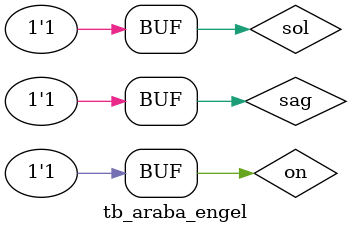
<source format=v>
`timescale 1ns / 1ps


module tb_araba_engel(

    );
    reg sag,sol,on;
    wire tb_yonsolbit,tb_yonsagbit;
    araba_engel a1(
    .sag(sag),
    .sol(sol),
    .on(on),
    .yon_solbit(tb_yonsolbit),
    .yon_sagbit(tb_yonsagbit)
    );
    initial begin
    sag =0; sol=0; on=0; #10;
    
    sag =0; sol=0; on=1; #10;
    
    sag =0; sol=1; on=0; #10;
    
    sag =0; sol=1; on=1; #10;
    
    sag =1; sol=0; on=0; #10;
    
    sag =1; sol=0; on=1; #10;
    
    sag =1; sol=1; on=0; #10;
    
    sag =1; sol=1; on=1; #10;
    
    end
    
    
endmodule

</source>
